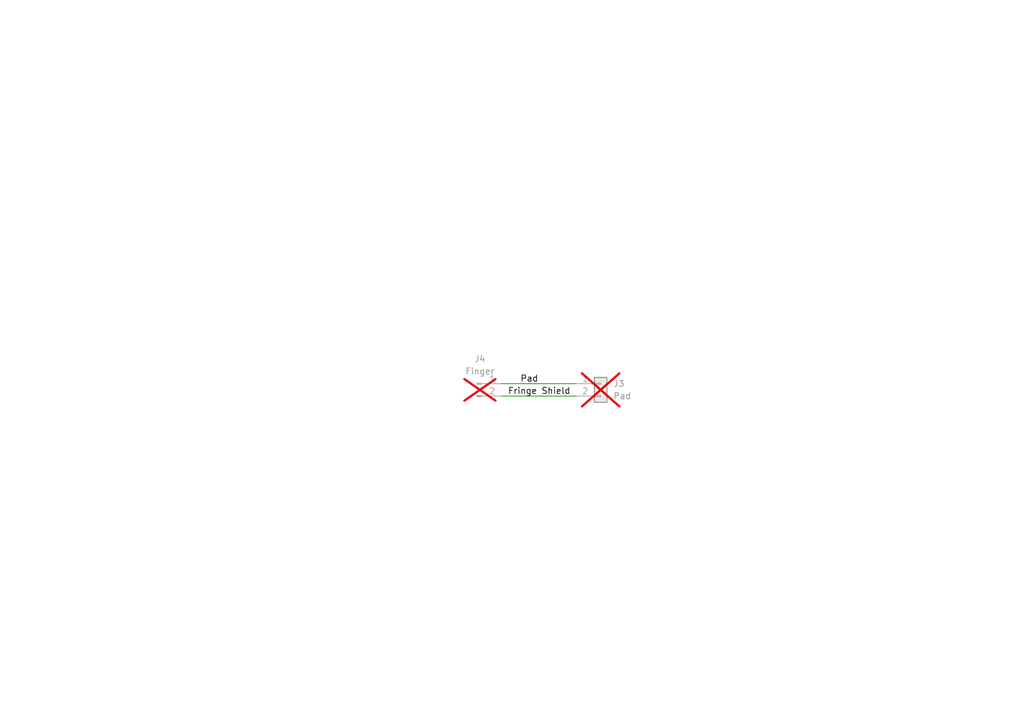
<source format=kicad_sch>
(kicad_sch (version 20231120) (generator "eeschema") (generator_version "8.0")
  (paper "A5")
  (lib_symbols
    (symbol "Connector:Conn_01x02_Pin" (pin_names (offset 1.016) hide)
      (property "Reference" "J" (at 0 2.54 0))
      (property "Value" "Conn_01x02_Pin" (at 0 -5.08 0))
      (symbol "Conn_01x02_Pin_1_1"
        (polyline (pts (xy 1.27 -2.54) (xy 0.8636 -2.54)) (stroke (width 0.1524)))
        (polyline (pts (xy 1.27 0) (xy 0.8636 0)) (stroke (width 0.1524)))
        (rectangle (start 0.8636 -2.413) (end 0 -2.667) (stroke (width 0.1524)) (fill (type outline)))
        (rectangle (start 0.8636 0.127) (end 0 -0.127) (stroke (width 0.1524)) (fill (type outline)))
        (pin passive line (at 5.08 0 180) (length 3.81) (name "Pin_1") (number "1"))
        (pin passive line (at 5.08 -2.54 180) (length 3.81) (name "Pin_2") (number "2"))
      )
    )
    (symbol "Connector_Generic:Conn_01x02" (pin_names (offset 1.016) hide)
      (property "Reference" "J" (at 0 2.54 0))
      (property "Value" "Conn_01x02" (at 0 -5.08 0))
      (symbol "Conn_01x02_1_1"
        (rectangle (start -1.27 -2.413) (end 0 -2.667) (stroke (width 0.1524)))
        (rectangle (start -1.27 0.127) (end 0 -0.127) (stroke (width 0.1524)))
        (rectangle (start -1.27 1.27) (end 1.27 -3.81) (stroke (width 0.254)) (fill (type background)))
        (pin passive line (at -5.08 0 0) (length 3.81) (name "Pin_1") (number "1"))
        (pin passive line (at -5.08 -2.54 0) (length 3.81) (name "Pin_2") (number "2"))
      )
    )
  )
  (wire (pts (xy 102.87 81.28) (xy 118.11 81.28)))
  (wire (pts (xy 102.87 78.74) (xy 118.11 78.74)))
  (label "Fringe Shield" (at 104.14 81.28 0))
  (label "Pad" (at 106.68 78.74 0))
  (symbol (lib_id "Connector_Generic:Conn_01x02") (at 123.19 78.74 0) (unit 1) (dnp yes)
    (property "Reference" "J3" (at 125.73 78.7399 0) (effects (justify left)))
    (property "Value" "Pad" (at 125.73 81.2799 0) (effects (justify left)))
    (property "Footprint" "4022S:Gold_electrode_pad" (effects (hide yes)))
    (property "Description" "Generic connector, single row, 01x02, script generated (kicad-library-utils/schlib/autogen/connector/)" (effects (hide yes)))
  )
  (symbol (lib_id "Connector:Conn_01x02_Pin") (at 97.79 78.74 0) (unit 1) (dnp yes)
    (property "Reference" "J4" (at 98.425 73.66 0))
    (property "Value" "Finger" (at 98.425 76.2 0))
    (property "Footprint" "4022S:Gold_electrode_finger" (effects (hide yes)))
    (property "Description" "Generic connector, single row, 01x02, script generated" (effects (hide yes)))
  )
)
</source>
